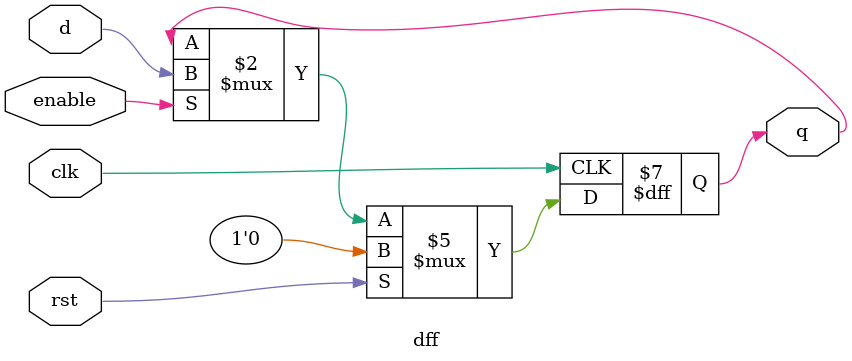
<source format=sv>
`ifndef DFF
`define DFF

module dff(d, clk, rst, enable, q);
    //
    // ---------------- PORT DEFINITIONS ----------------
    //
    input logic d, clk, rst, enable;
    output logic q;
    //
    // ---------------- MODULE DESIGN IMPLEMENTATION ----------------
    //
    always_ff @(posedge clk)begin
        if (rst) 
            q <= 0;
        else if (enable) 
            q <= d;
    end

endmodule
`endif // DFF
</source>
